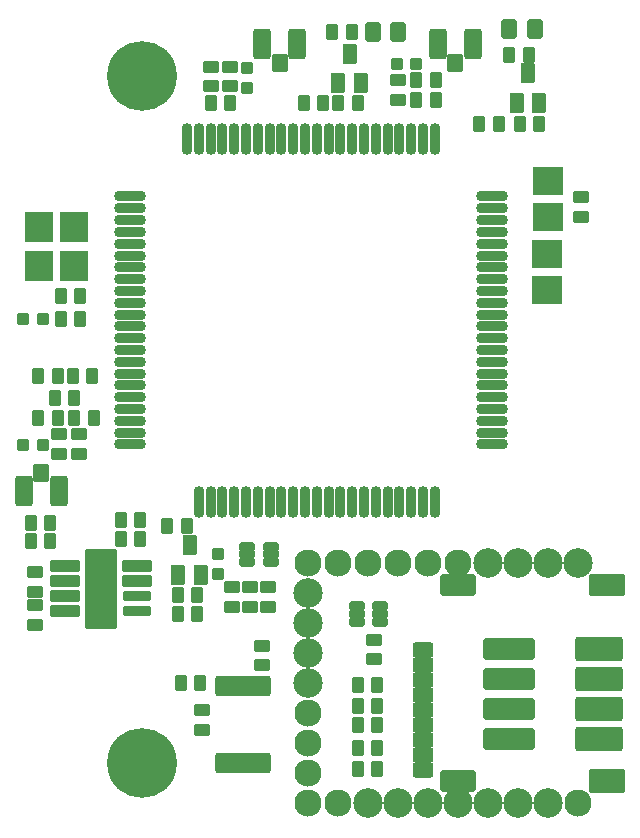
<source format=gbr>
%TF.GenerationSoftware,KiCad,Pcbnew,7.0.8*%
%TF.CreationDate,2024-06-11T21:18:21+02:00*%
%TF.ProjectId,Stima V4 GSM R1_1,5374696d-6120-4563-9420-47534d205231,rev?*%
%TF.SameCoordinates,Original*%
%TF.FileFunction,Soldermask,Top*%
%TF.FilePolarity,Negative*%
%FSLAX46Y46*%
G04 Gerber Fmt 4.6, Leading zero omitted, Abs format (unit mm)*
G04 Created by KiCad (PCBNEW 7.0.8) date 2024-06-11 21:18:21*
%MOMM*%
%LPD*%
G01*
G04 APERTURE LIST*
G04 Aperture macros list*
%AMRoundRect*
0 Rectangle with rounded corners*
0 $1 Rounding radius*
0 $2 $3 $4 $5 $6 $7 $8 $9 X,Y pos of 4 corners*
0 Add a 4 corners polygon primitive as box body*
4,1,4,$2,$3,$4,$5,$6,$7,$8,$9,$2,$3,0*
0 Add four circle primitives for the rounded corners*
1,1,$1+$1,$2,$3*
1,1,$1+$1,$4,$5*
1,1,$1+$1,$6,$7*
1,1,$1+$1,$8,$9*
0 Add four rect primitives between the rounded corners*
20,1,$1+$1,$2,$3,$4,$5,0*
20,1,$1+$1,$4,$5,$6,$7,0*
20,1,$1+$1,$6,$7,$8,$9,0*
20,1,$1+$1,$8,$9,$2,$3,0*%
G04 Aperture macros list end*
%ADD10RoundRect,0.200000X-0.300000X-0.500000X0.300000X-0.500000X0.300000X0.500000X-0.300000X0.500000X0*%
%ADD11RoundRect,0.200000X0.300000X0.500000X-0.300000X0.500000X-0.300000X-0.500000X0.300000X-0.500000X0*%
%ADD12RoundRect,0.200000X0.500000X-0.300000X0.500000X0.300000X-0.500000X0.300000X-0.500000X-0.300000X0*%
%ADD13RoundRect,0.200000X-0.500000X0.300000X-0.500000X-0.300000X0.500000X-0.300000X0.500000X0.300000X0*%
%ADD14RoundRect,0.200000X1.970000X0.700000X-1.970000X0.700000X-1.970000X-0.700000X1.970000X-0.700000X0*%
%ADD15RoundRect,0.200000X1.790000X0.850000X-1.790000X0.850000X-1.790000X-0.850000X1.790000X-0.850000X0*%
%ADD16RoundRect,0.200000X0.675000X0.450000X-0.675000X0.450000X-0.675000X-0.450000X0.675000X-0.450000X0*%
%ADD17RoundRect,0.200000X1.305000X0.700000X-1.305000X0.700000X-1.305000X-0.700000X1.305000X-0.700000X0*%
%ADD18RoundRect,0.200000X1.305000X0.850000X-1.305000X0.850000X-1.305000X-0.850000X1.305000X-0.850000X0*%
%ADD19RoundRect,0.200000X1.305000X0.750000X-1.305000X0.750000X-1.305000X-0.750000X1.305000X-0.750000X0*%
%ADD20C,5.900000*%
%ADD21RoundRect,0.200000X-0.300000X0.300000X-0.300000X-0.300000X0.300000X-0.300000X0.300000X0.300000X0*%
%ADD22RoundRect,0.200000X0.500000X-0.550000X0.500000X0.550000X-0.500000X0.550000X-0.500000X-0.550000X0*%
%ADD23RoundRect,0.200000X0.525000X-1.100000X0.525000X1.100000X-0.525000X1.100000X-0.525000X-1.100000X0*%
%ADD24RoundRect,0.200000X0.450000X-0.200000X0.450000X0.200000X-0.450000X0.200000X-0.450000X-0.200000X0*%
%ADD25C,2.300000*%
%ADD26C,2.500000*%
%ADD27C,0.900000*%
%ADD28RoundRect,0.101600X1.100000X0.300000X-1.100000X0.300000X-1.100000X-0.300000X1.100000X-0.300000X0*%
%ADD29RoundRect,0.200000X1.100000X0.300000X-1.100000X0.300000X-1.100000X-0.300000X1.100000X-0.300000X0*%
%ADD30RoundRect,0.100000X1.280000X3.250000X-1.280000X3.250000X-1.280000X-3.250000X1.280000X-3.250000X0*%
%ADD31RoundRect,0.200000X-0.450000X-0.635000X0.450000X-0.635000X0.450000X0.635000X-0.450000X0.635000X0*%
%ADD32O,0.900000X2.700000*%
%ADD33O,2.700000X0.900000*%
%ADD34RoundRect,0.200000X-0.500000X0.550000X-0.500000X-0.550000X0.500000X-0.550000X0.500000X0.550000X0*%
%ADD35RoundRect,0.200000X-0.525000X1.100000X-0.525000X-1.100000X0.525000X-1.100000X0.525000X1.100000X0*%
%ADD36RoundRect,0.200000X-0.425000X-0.650000X0.425000X-0.650000X0.425000X0.650000X-0.425000X0.650000X0*%
%ADD37RoundRect,0.200000X0.300000X0.300000X-0.300000X0.300000X-0.300000X-0.300000X0.300000X-0.300000X0*%
%ADD38RoundRect,0.200000X1.100000X-1.000000X1.100000X1.000000X-1.100000X1.000000X-1.100000X-1.000000X0*%
%ADD39RoundRect,0.200000X1.000000X1.100000X-1.000000X1.100000X-1.000000X-1.100000X1.000000X-1.100000X0*%
%ADD40RoundRect,0.200000X0.200000X0.650000X-0.200000X0.650000X-0.200000X-0.650000X0.200000X-0.650000X0*%
%ADD41RoundRect,0.200000X-1.100000X1.000000X-1.100000X-1.000000X1.100000X-1.000000X1.100000X1.000000X0*%
G04 APERTURE END LIST*
D10*
%TO.C,R9*%
X151993600Y-130340100D03*
X153644600Y-130340100D03*
%TD*%
D11*
%TO.C,C2*%
X126593600Y-104305100D03*
X124942600Y-104305100D03*
%TD*%
D12*
%TO.C,C19*%
X170916600Y-87287100D03*
X170916600Y-85636100D03*
%TD*%
D11*
%TO.C,R18*%
X167360600Y-79413100D03*
X165709600Y-79413100D03*
%TD*%
D10*
%TO.C,R14*%
X164820600Y-73571100D03*
X166471600Y-73571100D03*
%TD*%
%TO.C,FIL1*%
X126836500Y-95921500D03*
X128487500Y-95921500D03*
%TD*%
D13*
%TO.C,C4*%
X155422600Y-75730100D03*
X155422600Y-77381100D03*
%TD*%
D12*
%TO.C,R12*%
X143865600Y-125260100D03*
X143865600Y-123609100D03*
%TD*%
%TO.C,C10*%
X138785600Y-130721100D03*
X138785600Y-129070100D03*
%TD*%
D14*
%TO.C,J1*%
X164795200Y-131508500D03*
D15*
X172415200Y-131508500D03*
D14*
X164795200Y-128968500D03*
D15*
X172415200Y-128968500D03*
D14*
X164795200Y-126428500D03*
D15*
X172415200Y-126428500D03*
D14*
X164795200Y-123888500D03*
D15*
X172415200Y-123888500D03*
D16*
X157556200Y-123990100D03*
X157556200Y-126530100D03*
X157556200Y-129070100D03*
X157556200Y-131610100D03*
X157556200Y-125260100D03*
X157556200Y-127800100D03*
X157556200Y-130340100D03*
X157556200Y-132880100D03*
X157556200Y-134150100D03*
D17*
X160451800Y-135039100D03*
D18*
X173075600Y-135039100D03*
D17*
X160451800Y-118478300D03*
D19*
X173075600Y-118478300D03*
%TD*%
D10*
%TO.C,R13*%
X151993600Y-128689100D03*
X153644600Y-128689100D03*
%TD*%
D11*
%TO.C,C5*%
X158597600Y-77381100D03*
X156946600Y-77381100D03*
%TD*%
%TO.C,C11*%
X138658600Y-126784100D03*
X137007600Y-126784100D03*
%TD*%
D10*
%TO.C,C16*%
X124307600Y-114719100D03*
X125958600Y-114719100D03*
%TD*%
D20*
%TO.C,A3*%
X133705600Y-133515100D03*
%TD*%
D21*
%TO.C,DZ1*%
X140182600Y-115862100D03*
X140182600Y-117513100D03*
%TD*%
D11*
%TO.C,C13*%
X133578600Y-114592100D03*
X131927600Y-114592100D03*
%TD*%
%TO.C,C3*%
X137515600Y-113449100D03*
X135864600Y-113449100D03*
%TD*%
%TO.C,C14*%
X133578600Y-112941100D03*
X131927600Y-112941100D03*
%TD*%
%TO.C,R2*%
X158597600Y-75730100D03*
X156946600Y-75730100D03*
%TD*%
D22*
%TO.C,E3_AUX1*%
X145389600Y-74231500D03*
D23*
X143916400Y-72682100D03*
X146862800Y-72682100D03*
%TD*%
D11*
%TO.C,R7*%
X151485600Y-71666100D03*
X149834600Y-71666100D03*
%TD*%
D24*
%TO.C,DZ5*%
X153898600Y-121577100D03*
X153898600Y-120927100D03*
X153898600Y-120277100D03*
X151898600Y-120277100D03*
X151898600Y-120927100D03*
X151898600Y-121577100D03*
%TD*%
D11*
%TO.C,R4*%
X138404600Y-119291100D03*
X136753600Y-119291100D03*
%TD*%
D13*
%TO.C,R5*%
X139547600Y-74587100D03*
X139547600Y-76238100D03*
%TD*%
D10*
%TO.C,C8*%
X139547600Y-77635100D03*
X141198600Y-77635100D03*
%TD*%
%TO.C,R15*%
X151993600Y-134023100D03*
X153644600Y-134023100D03*
%TD*%
D12*
%TO.C,L2*%
X128371600Y-107353100D03*
X128371600Y-105702100D03*
%TD*%
D25*
%TO.C,U3*%
X170662600Y-136944100D03*
D26*
X168122600Y-136944100D03*
X165582600Y-136944100D03*
X163042600Y-136944100D03*
X160502600Y-136944100D03*
X157962600Y-136944100D03*
X155422600Y-136944100D03*
X152882600Y-136944100D03*
D25*
X150342600Y-136944100D03*
X147802600Y-136944100D03*
X147802600Y-134404100D03*
X147802600Y-131864100D03*
X147802600Y-129324100D03*
D26*
X147802600Y-126784100D03*
X147802600Y-124244100D03*
X147802600Y-121704100D03*
X147802600Y-119164100D03*
D25*
X147802600Y-116624100D03*
X150342600Y-116624100D03*
X152882600Y-116624100D03*
X155422600Y-116624100D03*
X157962600Y-116624100D03*
X160502600Y-116624100D03*
D26*
X163042600Y-116624100D03*
X165582600Y-116624100D03*
X168122600Y-116624100D03*
X170662600Y-116624100D03*
%TD*%
D27*
%TO.C,U5*%
X129387600Y-120815100D03*
X130276600Y-120815100D03*
X131165600Y-120815100D03*
X129387600Y-118783100D03*
X131165600Y-118783100D03*
X129387600Y-116751100D03*
X130276600Y-116751100D03*
X131165600Y-116751100D03*
D28*
X133324600Y-120688100D03*
X133324600Y-119418100D03*
D29*
X133324600Y-118148100D03*
X133324600Y-116878100D03*
X127228600Y-116878100D03*
X127228600Y-118148100D03*
X127228600Y-119418100D03*
X127228600Y-120688100D03*
D30*
X130276600Y-118783100D03*
%TD*%
D12*
%TO.C,L3*%
X126720600Y-107353100D03*
X126720600Y-105702100D03*
%TD*%
D11*
%TO.C,R17*%
X153644600Y-132245100D03*
X151993600Y-132245100D03*
%TD*%
%TO.C,R8*%
X149072600Y-77635100D03*
X147421600Y-77635100D03*
%TD*%
D13*
%TO.C,C7*%
X142849600Y-118656100D03*
X142849600Y-120307100D03*
%TD*%
D11*
%TO.C,R3*%
X129514600Y-100749100D03*
X127863600Y-100749100D03*
%TD*%
D31*
%TO.C,DL1*%
X153263600Y-71666100D03*
X155422600Y-71666100D03*
%TD*%
D32*
%TO.C,U1*%
X138531600Y-111417100D03*
X139531600Y-111417100D03*
X140531600Y-111417100D03*
X141531600Y-111417100D03*
X142531600Y-111417100D03*
X143531600Y-111417100D03*
X144531600Y-111417100D03*
X145531600Y-111417100D03*
X146531600Y-111417100D03*
X147531600Y-111417100D03*
X148531600Y-111417100D03*
X149531600Y-111417100D03*
X150531600Y-111417100D03*
X151531600Y-111417100D03*
X152531600Y-111417100D03*
X153531600Y-111417100D03*
X154531600Y-111417100D03*
X155531600Y-111417100D03*
X156531600Y-111417100D03*
X157531600Y-111417100D03*
D33*
X163381600Y-105567100D03*
X163381600Y-104567100D03*
X163381600Y-103567090D03*
X163381600Y-102567100D03*
X163381600Y-101567100D03*
X163381600Y-100567100D03*
X163381600Y-99567100D03*
X163381600Y-98567100D03*
X163381600Y-97567100D03*
X163381600Y-96567100D03*
X163381600Y-95567100D03*
X163381600Y-94567100D03*
X163381600Y-93567090D03*
X163381600Y-92567100D03*
X163381600Y-91567100D03*
X163381600Y-90567100D03*
X163381600Y-89567100D03*
X163381600Y-88567100D03*
X163381600Y-87567100D03*
X163381600Y-86567100D03*
D32*
X157531600Y-80717090D03*
X156531600Y-80717100D03*
X155531600Y-80717100D03*
X154531600Y-80717100D03*
X153531600Y-80717090D03*
X152531600Y-80717100D03*
X151531600Y-80717100D03*
X150531600Y-80717100D03*
X149531600Y-80717100D03*
X148531600Y-80717100D03*
X147531600Y-80717100D03*
X146531600Y-80717090D03*
X145531600Y-80717100D03*
X144531600Y-80717100D03*
X143531600Y-80717090D03*
X142531600Y-80717100D03*
X141531600Y-80717100D03*
X140531600Y-80717090D03*
X139531600Y-80717100D03*
X138531600Y-80717100D03*
D33*
X132681600Y-86567100D03*
X132681600Y-87567100D03*
X132681600Y-88567100D03*
X132681600Y-89567100D03*
X132681600Y-90567100D03*
X132681600Y-91567100D03*
X132681600Y-92567100D03*
X132681600Y-93567100D03*
X132681600Y-94567100D03*
X132681600Y-95567100D03*
X132681600Y-96567100D03*
X132681600Y-97567100D03*
X132681600Y-98567100D03*
X132681600Y-99567100D03*
X132681600Y-100567100D03*
X132681600Y-101567100D03*
X132681600Y-102567090D03*
X132681600Y-103567100D03*
X132681600Y-104567100D03*
X132681600Y-105567100D03*
D32*
X158531600Y-111417100D03*
X158531600Y-80717100D03*
D33*
X163381600Y-85567100D03*
X163381600Y-106567100D03*
D32*
X137531600Y-80717100D03*
D33*
X132681600Y-106567100D03*
X132681600Y-85567100D03*
%TD*%
D34*
%TO.C,E2_GNSS1*%
X125196600Y-108978700D03*
D35*
X126669800Y-110528100D03*
X123723400Y-110528100D03*
%TD*%
D31*
%TO.C,DL2*%
X164820600Y-71412100D03*
X166979600Y-71412100D03*
%TD*%
D10*
%TO.C,C15*%
X124307600Y-113195100D03*
X125958600Y-113195100D03*
%TD*%
D36*
%TO.C,Q3*%
X165455600Y-77635100D03*
X167355600Y-77635100D03*
X166420800Y-75120500D03*
%TD*%
D37*
%TO.C,DZ3*%
X156946600Y-74333100D03*
X155295600Y-74333100D03*
%TD*%
D22*
%TO.C,E1_MAIN1*%
X160248600Y-74231500D03*
D23*
X158775400Y-72682100D03*
X161721800Y-72682100D03*
%TD*%
D11*
%TO.C,R10*%
X151993600Y-77635100D03*
X150342600Y-77635100D03*
%TD*%
D10*
%TO.C,R1*%
X136753600Y-120942100D03*
X138404600Y-120942100D03*
%TD*%
D38*
%TO.C,C17*%
X168122600Y-87287100D03*
X168122600Y-84287100D03*
%TD*%
D37*
%TO.C,DZ6*%
X125323600Y-95923100D03*
X123672600Y-95923100D03*
%TD*%
D11*
%TO.C,R16*%
X163931600Y-79413100D03*
X162280600Y-79413100D03*
%TD*%
D36*
%TO.C,Q2*%
X150342600Y-75984100D03*
X152242600Y-75984100D03*
X151307800Y-73469500D03*
%TD*%
D13*
%TO.C,C6*%
X141325600Y-118656100D03*
X141325600Y-120307100D03*
%TD*%
D10*
%TO.C,R11*%
X151993600Y-126911100D03*
X153644600Y-126911100D03*
%TD*%
D11*
%TO.C,C22*%
X128498600Y-94018100D03*
X126847600Y-94018100D03*
%TD*%
D39*
%TO.C,C21*%
X127990600Y-88176100D03*
X124990600Y-88176100D03*
%TD*%
D11*
%TO.C,C1*%
X127990600Y-102654100D03*
X126339600Y-102654100D03*
%TD*%
D40*
%TO.C,U4*%
X140309600Y-133515100D03*
X140959600Y-133515100D03*
X141609600Y-133515100D03*
X142259600Y-133515100D03*
X142909600Y-133515100D03*
X143559600Y-133515100D03*
X144209600Y-133515100D03*
X144209600Y-127015100D03*
X143559600Y-127015100D03*
X142909600Y-127015100D03*
X142259600Y-127015100D03*
X141609600Y-127015100D03*
X140959600Y-127015100D03*
X140309600Y-127015100D03*
%TD*%
D12*
%TO.C,R19*%
X124688600Y-119037100D03*
X124688600Y-117386100D03*
%TD*%
D36*
%TO.C,Q1*%
X136804400Y-117614700D03*
X138704400Y-117614700D03*
X137769600Y-115100100D03*
%TD*%
D10*
%TO.C,L1*%
X124942600Y-100749100D03*
X126593600Y-100749100D03*
%TD*%
D37*
%TO.C,DZ2*%
X125323600Y-106591100D03*
X123672600Y-106591100D03*
%TD*%
D13*
%TO.C,C12*%
X153390600Y-123101100D03*
X153390600Y-124752100D03*
%TD*%
D39*
%TO.C,C20*%
X127990600Y-91478100D03*
X124990600Y-91478100D03*
%TD*%
D12*
%TO.C,R20*%
X124688600Y-121831100D03*
X124688600Y-120180100D03*
%TD*%
D13*
%TO.C,R6*%
X144373600Y-118656100D03*
X144373600Y-120307100D03*
%TD*%
D24*
%TO.C,U2*%
X144627600Y-116527100D03*
X144627600Y-115877100D03*
X144627600Y-115227100D03*
X142627600Y-115227100D03*
X142627600Y-115877100D03*
X142627600Y-116527100D03*
%TD*%
D11*
%TO.C,C23*%
X129630500Y-104305100D03*
X127979500Y-104305100D03*
%TD*%
D20*
%TO.C,A4*%
X133705600Y-75349100D03*
%TD*%
D41*
%TO.C,C18*%
X167995600Y-90462100D03*
X167995600Y-93462100D03*
%TD*%
D13*
%TO.C,C9*%
X141198600Y-74587100D03*
X141198600Y-76238100D03*
%TD*%
D21*
%TO.C,DZ4*%
X142595600Y-74714100D03*
X142595600Y-76365100D03*
%TD*%
M02*

</source>
